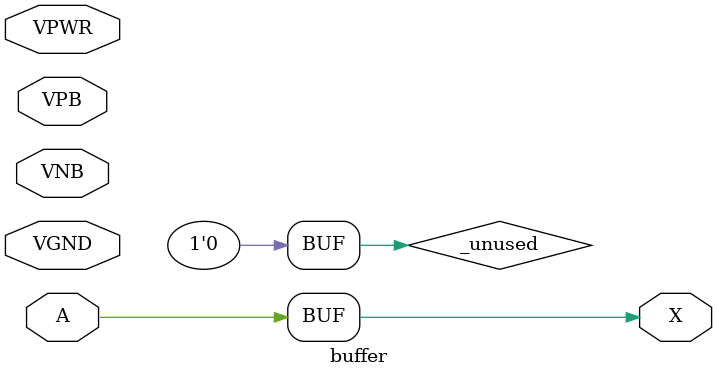
<source format=v>
module buffer (
    output wire X   ,
    input  wire A   ,
    input  wire VPWR,
    input  wire VGND,
    input  wire VPB ,
    input  wire VNB
);

    assign X = A;

    wire _unused;
    assign _unused = &{ 1'b0, VPWR, VGND, VPB, VNB };

endmodule
</source>
